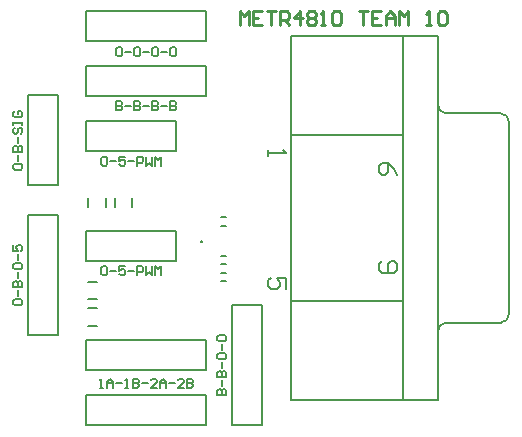
<source format=gto>
G04 Layer_Color=65535*
%FSLAX24Y24*%
%MOIN*%
G70*
G01*
G75*
%ADD23C,0.0079*%
%ADD24C,0.0100*%
%ADD25C,0.0059*%
%ADD26C,0.0050*%
D23*
X15247Y1925D02*
G03*
X15520Y2199I0J274D01*
G01*
X13434Y1923D02*
G03*
X13160Y1650I0J-274D01*
G01*
X15520Y8628D02*
G03*
X15247Y8902I-274J0D01*
G01*
X13160Y9177D02*
G03*
X13434Y8904I274J0D01*
G01*
X1493Y1817D02*
X1807D01*
X1493Y2408D02*
X1807D01*
X1493Y2705D02*
X1807D01*
X1493Y3295D02*
X1807D01*
X13434Y1923D02*
X15245D01*
X13434Y8904D02*
X15245D01*
X8276Y8169D02*
X11977D01*
X13158Y-650D02*
Y11476D01*
X8276Y2657D02*
X11977D01*
X8276Y-650D02*
Y11476D01*
X15520Y2199D02*
Y8628D01*
X8276Y11476D02*
X13158D01*
X8276Y-650D02*
X13158D01*
X11977D02*
Y11476D01*
X-500Y5500D02*
X500D01*
Y1500D02*
Y5500D01*
X-500Y1500D02*
Y5500D01*
Y1500D02*
X500D01*
X2974Y5780D02*
Y6094D01*
X2384Y5780D02*
Y6094D01*
X2087Y5780D02*
Y6094D01*
X1496Y5780D02*
Y6094D01*
X5921Y5438D02*
X6079D01*
X5921Y5162D02*
X6079D01*
X5921Y3879D02*
X6079D01*
X5921Y4155D02*
X6079D01*
X5921Y3582D02*
X6079D01*
X5921Y3307D02*
X6079D01*
X1437Y330D02*
Y1330D01*
X5437D01*
X1437Y330D02*
X5437D01*
Y1330D01*
X1437Y-1500D02*
Y-500D01*
X5437D01*
X1437Y-1500D02*
X5437D01*
Y-500D01*
X1437Y8651D02*
X4437D01*
X1437Y7651D02*
Y8651D01*
Y7651D02*
X4437D01*
Y8651D01*
X1437Y4990D02*
X4437D01*
X1437Y3990D02*
Y4990D01*
Y3990D02*
X4437D01*
Y4990D01*
X-500Y6500D02*
Y9500D01*
Y6500D02*
X500D01*
Y9500D01*
X-500D02*
X500D01*
X1437Y9481D02*
Y10481D01*
X5437D01*
X1437Y9481D02*
X5437D01*
Y10481D01*
X6300Y-1500D02*
X7300D01*
X6300D02*
Y2500D01*
X7300Y-1500D02*
Y2500D01*
X6300D02*
X7300D01*
X1437Y11311D02*
Y12311D01*
X5437D01*
X1437Y11311D02*
X5437D01*
Y12311D01*
D24*
X6550Y11850D02*
Y12300D01*
X6700Y12150D01*
X6850Y12300D01*
Y11850D01*
X7300Y12300D02*
X7000D01*
Y11850D01*
X7300D01*
X7000Y12075D02*
X7150D01*
X7450Y12300D02*
X7750D01*
X7600D01*
Y11850D01*
X7900D02*
Y12300D01*
X8124D01*
X8199Y12225D01*
Y12075D01*
X8124Y12000D01*
X7900D01*
X8050D02*
X8199Y11850D01*
X8574D02*
Y12300D01*
X8349Y12075D01*
X8649D01*
X8799Y12225D02*
X8874Y12300D01*
X9024D01*
X9099Y12225D01*
Y12150D01*
X9024Y12075D01*
X9099Y12000D01*
Y11925D01*
X9024Y11850D01*
X8874D01*
X8799Y11925D01*
Y12000D01*
X8874Y12075D01*
X8799Y12150D01*
Y12225D01*
X8874Y12075D02*
X9024D01*
X9249Y11850D02*
X9399D01*
X9324D01*
Y12300D01*
X9249Y12225D01*
X9624D02*
X9699Y12300D01*
X9849D01*
X9924Y12225D01*
Y11925D01*
X9849Y11850D01*
X9699D01*
X9624Y11925D01*
Y12225D01*
X10524Y12300D02*
X10824D01*
X10674D01*
Y11850D01*
X11273Y12300D02*
X10974D01*
Y11850D01*
X11273D01*
X10974Y12075D02*
X11124D01*
X11423Y11850D02*
Y12150D01*
X11573Y12300D01*
X11723Y12150D01*
Y11850D01*
Y12075D01*
X11423D01*
X11873Y11850D02*
Y12300D01*
X12023Y12150D01*
X12173Y12300D01*
Y11850D01*
X12773D02*
X12923D01*
X12848D01*
Y12300D01*
X12773Y12225D01*
X13148D02*
X13223Y12300D01*
X13373D01*
X13448Y12225D01*
Y11925D01*
X13373Y11850D01*
X13223D01*
X13148Y11925D01*
Y12225D01*
D25*
X11790Y6852D02*
X11691Y7049D01*
X11494Y7246D01*
X11298D01*
X11199Y7148D01*
Y6951D01*
X11298Y6852D01*
X11396D01*
X11494Y6951D01*
Y7246D01*
X11298Y3974D02*
X11199Y3876D01*
Y3679D01*
X11298Y3581D01*
X11691D01*
X11790Y3679D01*
Y3876D01*
X11691Y3974D01*
X11593D01*
X11494Y3876D01*
Y3581D01*
X8089Y3036D02*
Y3429D01*
X7794D01*
X7892Y3232D01*
Y3134D01*
X7794Y3036D01*
X7597D01*
X7499Y3134D01*
Y3331D01*
X7597Y3429D01*
X7499Y7693D02*
Y7496D01*
Y7595D01*
X8089D01*
X7990Y7693D01*
D26*
X-950Y2500D02*
X-1000Y2550D01*
Y2650D01*
X-950Y2700D01*
X-750D01*
X-700Y2650D01*
Y2550D01*
X-750Y2500D01*
X-950D01*
X-850Y2800D02*
Y3000D01*
X-1000Y3100D02*
X-700D01*
Y3250D01*
X-750Y3300D01*
X-800D01*
X-850Y3250D01*
Y3100D01*
Y3250D01*
X-900Y3300D01*
X-950D01*
X-1000Y3250D01*
Y3100D01*
X-850Y3400D02*
Y3600D01*
X-950Y3700D02*
X-1000Y3750D01*
Y3850D01*
X-950Y3900D01*
X-750D01*
X-700Y3850D01*
Y3750D01*
X-750Y3700D01*
X-950D01*
X-850Y4000D02*
Y4200D01*
X-1000Y4500D02*
Y4300D01*
X-850D01*
X-900Y4400D01*
Y4450D01*
X-850Y4500D01*
X-750D01*
X-700Y4450D01*
Y4350D01*
X-750Y4300D01*
X5800Y-500D02*
X6100D01*
Y-350D01*
X6050Y-300D01*
X6000D01*
X5950Y-350D01*
Y-500D01*
Y-350D01*
X5900Y-300D01*
X5850D01*
X5800Y-350D01*
Y-500D01*
X5950Y-200D02*
Y0D01*
X5800Y100D02*
X6100D01*
Y250D01*
X6050Y300D01*
X6000D01*
X5950Y250D01*
Y100D01*
Y250D01*
X5900Y300D01*
X5850D01*
X5800Y250D01*
Y100D01*
X5950Y400D02*
Y600D01*
X5850Y700D02*
X5800Y750D01*
Y850D01*
X5850Y900D01*
X6050D01*
X6100Y850D01*
Y750D01*
X6050Y700D01*
X5850D01*
X5950Y1000D02*
Y1200D01*
X5850Y1300D02*
X5800Y1350D01*
Y1450D01*
X5850Y1500D01*
X6050D01*
X6100Y1450D01*
Y1350D01*
X6050Y1300D01*
X5850D01*
X-950Y7025D02*
X-1000Y7075D01*
Y7175D01*
X-950Y7225D01*
X-750D01*
X-700Y7175D01*
Y7075D01*
X-750Y7025D01*
X-950D01*
X-850Y7325D02*
Y7525D01*
X-1000Y7625D02*
X-700D01*
Y7775D01*
X-750Y7825D01*
X-800D01*
X-850Y7775D01*
Y7625D01*
Y7775D01*
X-900Y7825D01*
X-950D01*
X-1000Y7775D01*
Y7625D01*
X-850Y7925D02*
Y8125D01*
X-950Y8425D02*
X-1000Y8375D01*
Y8275D01*
X-950Y8225D01*
X-900D01*
X-850Y8275D01*
Y8375D01*
X-800Y8425D01*
X-750D01*
X-700Y8375D01*
Y8275D01*
X-750Y8225D01*
X-1000Y8525D02*
Y8625D01*
Y8575D01*
X-700D01*
Y8525D01*
Y8625D01*
X-950Y8975D02*
X-1000Y8925D01*
Y8825D01*
X-950Y8775D01*
X-750D01*
X-700Y8825D01*
Y8925D01*
X-750Y8975D01*
X-850D01*
Y8875D01*
X2437Y11050D02*
X2487Y11100D01*
X2587D01*
X2637Y11050D01*
Y10850D01*
X2587Y10800D01*
X2487D01*
X2437Y10850D01*
Y11050D01*
X2737Y10950D02*
X2937D01*
X3037Y11050D02*
X3087Y11100D01*
X3187D01*
X3237Y11050D01*
Y10850D01*
X3187Y10800D01*
X3087D01*
X3037Y10850D01*
Y11050D01*
X3337Y10950D02*
X3537D01*
X3637Y11050D02*
X3687Y11100D01*
X3787D01*
X3837Y11050D01*
Y10850D01*
X3787Y10800D01*
X3687D01*
X3637Y10850D01*
Y11050D01*
X3937Y10950D02*
X4137D01*
X4237Y11050D02*
X4287Y11100D01*
X4387D01*
X4437Y11050D01*
Y10850D01*
X4387Y10800D01*
X4287D01*
X4237Y10850D01*
Y11050D01*
X2437Y9300D02*
Y9000D01*
X2587D01*
X2637Y9050D01*
Y9100D01*
X2587Y9150D01*
X2437D01*
X2587D01*
X2637Y9200D01*
Y9250D01*
X2587Y9300D01*
X2437D01*
X2737Y9150D02*
X2937D01*
X3037Y9300D02*
Y9000D01*
X3187D01*
X3237Y9050D01*
Y9100D01*
X3187Y9150D01*
X3037D01*
X3187D01*
X3237Y9200D01*
Y9250D01*
X3187Y9300D01*
X3037D01*
X3337Y9150D02*
X3537D01*
X3637Y9300D02*
Y9000D01*
X3787D01*
X3837Y9050D01*
Y9100D01*
X3787Y9150D01*
X3637D01*
X3787D01*
X3837Y9200D01*
Y9250D01*
X3787Y9300D01*
X3637D01*
X3937Y9150D02*
X4137D01*
X4237Y9300D02*
Y9000D01*
X4387D01*
X4437Y9050D01*
Y9100D01*
X4387Y9150D01*
X4237D01*
X4387D01*
X4437Y9200D01*
Y9250D01*
X4387Y9300D01*
X4237D01*
X1937Y3750D02*
X1987Y3800D01*
X2087D01*
X2137Y3750D01*
Y3550D01*
X2087Y3500D01*
X1987D01*
X1937Y3550D01*
Y3750D01*
X2237Y3650D02*
X2437D01*
X2737Y3800D02*
X2537D01*
Y3650D01*
X2637Y3700D01*
X2687D01*
X2737Y3650D01*
Y3550D01*
X2687Y3500D01*
X2587D01*
X2537Y3550D01*
X2837Y3650D02*
X3037D01*
X3137Y3500D02*
Y3800D01*
X3287D01*
X3337Y3750D01*
Y3650D01*
X3287Y3600D01*
X3137D01*
X3437Y3800D02*
Y3500D01*
X3537Y3600D01*
X3637Y3500D01*
Y3800D01*
X3737Y3500D02*
Y3800D01*
X3837Y3700D01*
X3937Y3800D01*
Y3500D01*
X1888Y-250D02*
X1987D01*
X1937D01*
Y50D01*
X1888Y-0D01*
X2137Y-250D02*
Y-50D01*
X2237Y50D01*
X2337Y-50D01*
Y-250D01*
Y-100D01*
X2137D01*
X2437D02*
X2637D01*
X2737Y-250D02*
X2837D01*
X2787D01*
Y50D01*
X2737Y-0D01*
X2987Y50D02*
Y-250D01*
X3137D01*
X3187Y-200D01*
Y-150D01*
X3137Y-100D01*
X2987D01*
X3137D01*
X3187Y-50D01*
Y-0D01*
X3137Y50D01*
X2987D01*
X3287Y-100D02*
X3487D01*
X3787Y-250D02*
X3587D01*
X3787Y-50D01*
Y-0D01*
X3737Y50D01*
X3637D01*
X3587Y-0D01*
X3887Y-250D02*
Y-50D01*
X3987Y50D01*
X4087Y-50D01*
Y-250D01*
Y-100D01*
X3887D01*
X4187D02*
X4387D01*
X4687Y-250D02*
X4487D01*
X4687Y-50D01*
Y-0D01*
X4637Y50D01*
X4537D01*
X4487Y-0D01*
X4787Y50D02*
Y-250D01*
X4937D01*
X4987Y-200D01*
Y-150D01*
X4937Y-100D01*
X4787D01*
X4937D01*
X4987Y-50D01*
Y-0D01*
X4937Y50D01*
X4787D01*
X5300Y4600D02*
X5250D01*
Y4650D01*
X5300D01*
Y4600D01*
X1937Y7400D02*
X1987Y7450D01*
X2087D01*
X2137Y7400D01*
Y7200D01*
X2087Y7150D01*
X1987D01*
X1937Y7200D01*
Y7400D01*
X2237Y7300D02*
X2437D01*
X2737Y7450D02*
X2537D01*
Y7300D01*
X2637Y7350D01*
X2687D01*
X2737Y7300D01*
Y7200D01*
X2687Y7150D01*
X2587D01*
X2537Y7200D01*
X2837Y7300D02*
X3037D01*
X3137Y7150D02*
Y7450D01*
X3287D01*
X3337Y7400D01*
Y7300D01*
X3287Y7250D01*
X3137D01*
X3437Y7450D02*
Y7150D01*
X3537Y7250D01*
X3637Y7150D01*
Y7450D01*
X3737Y7150D02*
Y7450D01*
X3837Y7350D01*
X3937Y7450D01*
Y7150D01*
M02*

</source>
